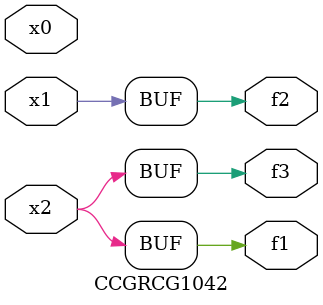
<source format=v>
module CCGRCG1042(
	input x0, x1, x2,
	output f1, f2, f3
);
	assign f1 = x2;
	assign f2 = x1;
	assign f3 = x2;
endmodule

</source>
